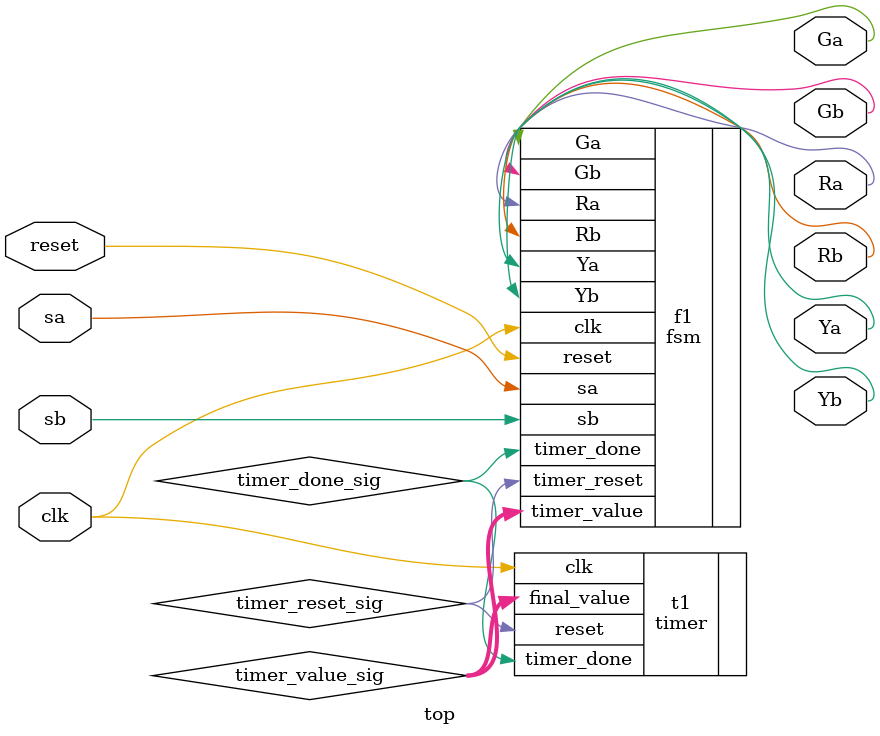
<source format=v>
`timescale 1ns / 1ps


module top(
    input clk,
    input reset,
    input sa,
    input sb,
    output Ga,
    output Ya,
    output Ra,
    output Gb,
    output Yb,
    output Rb
    );
    
    wire timer_done_sig,timer_reset_sig;
    wire [12:0] timer_value_sig;
    
    timer t1(
        .clk(clk),
        .reset(timer_reset_sig),
        .final_value(timer_value_sig),
        .timer_done(timer_done_sig)
    );
    
    fsm f1(
        .clk(clk),
        .reset(reset),
        .sa(sa),
        .sb(sb),
        .timer_done(timer_done_sig),
        .timer_value(timer_value_sig),
        .Ga(Ga),
        .Ya(Ya),
        .Ra(Ra),
        .Gb(Gb),
        .Yb(Yb),
        .Rb(Rb),
        .timer_reset(timer_reset_sig)
    );
    
endmodule

</source>
